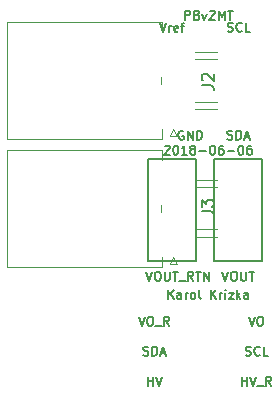
<source format=gbr>
G04 #@! TF.FileFunction,Legend,Top*
%FSLAX46Y46*%
G04 Gerber Fmt 4.6, Leading zero omitted, Abs format (unit mm)*
G04 Created by KiCad (PCBNEW 4.0.7) date Wed Jun  6 22:54:43 2018*
%MOMM*%
%LPD*%
G01*
G04 APERTURE LIST*
%ADD10C,0.100000*%
%ADD11C,0.190500*%
%ADD12C,0.200000*%
%ADD13C,0.120000*%
%ADD14C,0.150000*%
G04 APERTURE END LIST*
D10*
D11*
X146158858Y-89825286D02*
X146195144Y-89789000D01*
X146267715Y-89752714D01*
X146449144Y-89752714D01*
X146521715Y-89789000D01*
X146558001Y-89825286D01*
X146594286Y-89897857D01*
X146594286Y-89970429D01*
X146558001Y-90079286D01*
X146122572Y-90514714D01*
X146594286Y-90514714D01*
X147066000Y-89752714D02*
X147138572Y-89752714D01*
X147211143Y-89789000D01*
X147247429Y-89825286D01*
X147283715Y-89897857D01*
X147320000Y-90043000D01*
X147320000Y-90224429D01*
X147283715Y-90369571D01*
X147247429Y-90442143D01*
X147211143Y-90478429D01*
X147138572Y-90514714D01*
X147066000Y-90514714D01*
X146993429Y-90478429D01*
X146957143Y-90442143D01*
X146920858Y-90369571D01*
X146884572Y-90224429D01*
X146884572Y-90043000D01*
X146920858Y-89897857D01*
X146957143Y-89825286D01*
X146993429Y-89789000D01*
X147066000Y-89752714D01*
X148045714Y-90514714D02*
X147610286Y-90514714D01*
X147828000Y-90514714D02*
X147828000Y-89752714D01*
X147755429Y-89861571D01*
X147682857Y-89934143D01*
X147610286Y-89970429D01*
X148481143Y-90079286D02*
X148408571Y-90043000D01*
X148372286Y-90006714D01*
X148336000Y-89934143D01*
X148336000Y-89897857D01*
X148372286Y-89825286D01*
X148408571Y-89789000D01*
X148481143Y-89752714D01*
X148626286Y-89752714D01*
X148698857Y-89789000D01*
X148735143Y-89825286D01*
X148771428Y-89897857D01*
X148771428Y-89934143D01*
X148735143Y-90006714D01*
X148698857Y-90043000D01*
X148626286Y-90079286D01*
X148481143Y-90079286D01*
X148408571Y-90115571D01*
X148372286Y-90151857D01*
X148336000Y-90224429D01*
X148336000Y-90369571D01*
X148372286Y-90442143D01*
X148408571Y-90478429D01*
X148481143Y-90514714D01*
X148626286Y-90514714D01*
X148698857Y-90478429D01*
X148735143Y-90442143D01*
X148771428Y-90369571D01*
X148771428Y-90224429D01*
X148735143Y-90151857D01*
X148698857Y-90115571D01*
X148626286Y-90079286D01*
X149098000Y-90224429D02*
X149678571Y-90224429D01*
X150186571Y-89752714D02*
X150259143Y-89752714D01*
X150331714Y-89789000D01*
X150368000Y-89825286D01*
X150404286Y-89897857D01*
X150440571Y-90043000D01*
X150440571Y-90224429D01*
X150404286Y-90369571D01*
X150368000Y-90442143D01*
X150331714Y-90478429D01*
X150259143Y-90514714D01*
X150186571Y-90514714D01*
X150114000Y-90478429D01*
X150077714Y-90442143D01*
X150041429Y-90369571D01*
X150005143Y-90224429D01*
X150005143Y-90043000D01*
X150041429Y-89897857D01*
X150077714Y-89825286D01*
X150114000Y-89789000D01*
X150186571Y-89752714D01*
X151093714Y-89752714D02*
X150948571Y-89752714D01*
X150876000Y-89789000D01*
X150839714Y-89825286D01*
X150767143Y-89934143D01*
X150730857Y-90079286D01*
X150730857Y-90369571D01*
X150767143Y-90442143D01*
X150803428Y-90478429D01*
X150876000Y-90514714D01*
X151021143Y-90514714D01*
X151093714Y-90478429D01*
X151130000Y-90442143D01*
X151166285Y-90369571D01*
X151166285Y-90188143D01*
X151130000Y-90115571D01*
X151093714Y-90079286D01*
X151021143Y-90043000D01*
X150876000Y-90043000D01*
X150803428Y-90079286D01*
X150767143Y-90115571D01*
X150730857Y-90188143D01*
X151492857Y-90224429D02*
X152073428Y-90224429D01*
X152581428Y-89752714D02*
X152654000Y-89752714D01*
X152726571Y-89789000D01*
X152762857Y-89825286D01*
X152799143Y-89897857D01*
X152835428Y-90043000D01*
X152835428Y-90224429D01*
X152799143Y-90369571D01*
X152762857Y-90442143D01*
X152726571Y-90478429D01*
X152654000Y-90514714D01*
X152581428Y-90514714D01*
X152508857Y-90478429D01*
X152472571Y-90442143D01*
X152436286Y-90369571D01*
X152400000Y-90224429D01*
X152400000Y-90043000D01*
X152436286Y-89897857D01*
X152472571Y-89825286D01*
X152508857Y-89789000D01*
X152581428Y-89752714D01*
X153488571Y-89752714D02*
X153343428Y-89752714D01*
X153270857Y-89789000D01*
X153234571Y-89825286D01*
X153162000Y-89934143D01*
X153125714Y-90079286D01*
X153125714Y-90369571D01*
X153162000Y-90442143D01*
X153198285Y-90478429D01*
X153270857Y-90514714D01*
X153416000Y-90514714D01*
X153488571Y-90478429D01*
X153524857Y-90442143D01*
X153561142Y-90369571D01*
X153561142Y-90188143D01*
X153524857Y-90115571D01*
X153488571Y-90079286D01*
X153416000Y-90043000D01*
X153270857Y-90043000D01*
X153198285Y-90079286D01*
X153162000Y-90115571D01*
X153125714Y-90188143D01*
X147900573Y-79084714D02*
X147900573Y-78322714D01*
X148190858Y-78322714D01*
X148263430Y-78359000D01*
X148299715Y-78395286D01*
X148336001Y-78467857D01*
X148336001Y-78576714D01*
X148299715Y-78649286D01*
X148263430Y-78685571D01*
X148190858Y-78721857D01*
X147900573Y-78721857D01*
X148916573Y-78685571D02*
X149025430Y-78721857D01*
X149061715Y-78758143D01*
X149098001Y-78830714D01*
X149098001Y-78939571D01*
X149061715Y-79012143D01*
X149025430Y-79048429D01*
X148952858Y-79084714D01*
X148662573Y-79084714D01*
X148662573Y-78322714D01*
X148916573Y-78322714D01*
X148989144Y-78359000D01*
X149025430Y-78395286D01*
X149061715Y-78467857D01*
X149061715Y-78540429D01*
X149025430Y-78613000D01*
X148989144Y-78649286D01*
X148916573Y-78685571D01*
X148662573Y-78685571D01*
X149352001Y-78576714D02*
X149533430Y-79084714D01*
X149714858Y-78576714D01*
X149968858Y-78395286D02*
X150005144Y-78359000D01*
X150077715Y-78322714D01*
X150259144Y-78322714D01*
X150331715Y-78359000D01*
X150368001Y-78395286D01*
X150404286Y-78467857D01*
X150404286Y-78540429D01*
X150368001Y-78649286D01*
X149932572Y-79084714D01*
X150404286Y-79084714D01*
X150730858Y-79084714D02*
X150730858Y-78322714D01*
X150984858Y-78867000D01*
X151238858Y-78322714D01*
X151238858Y-79084714D01*
X151492857Y-78322714D02*
X151928286Y-78322714D01*
X151710572Y-79084714D02*
X151710572Y-78322714D01*
X146485429Y-102706714D02*
X146485429Y-101944714D01*
X146920857Y-102706714D02*
X146594286Y-102271286D01*
X146920857Y-101944714D02*
X146485429Y-102380143D01*
X147574000Y-102706714D02*
X147574000Y-102307571D01*
X147537714Y-102235000D01*
X147465143Y-102198714D01*
X147320000Y-102198714D01*
X147247429Y-102235000D01*
X147574000Y-102670429D02*
X147501429Y-102706714D01*
X147320000Y-102706714D01*
X147247429Y-102670429D01*
X147211143Y-102597857D01*
X147211143Y-102525286D01*
X147247429Y-102452714D01*
X147320000Y-102416429D01*
X147501429Y-102416429D01*
X147574000Y-102380143D01*
X147936858Y-102706714D02*
X147936858Y-102198714D01*
X147936858Y-102343857D02*
X147973143Y-102271286D01*
X148009429Y-102235000D01*
X148082000Y-102198714D01*
X148154572Y-102198714D01*
X148517429Y-102706714D02*
X148444857Y-102670429D01*
X148408572Y-102634143D01*
X148372286Y-102561571D01*
X148372286Y-102343857D01*
X148408572Y-102271286D01*
X148444857Y-102235000D01*
X148517429Y-102198714D01*
X148626286Y-102198714D01*
X148698857Y-102235000D01*
X148735143Y-102271286D01*
X148771429Y-102343857D01*
X148771429Y-102561571D01*
X148735143Y-102634143D01*
X148698857Y-102670429D01*
X148626286Y-102706714D01*
X148517429Y-102706714D01*
X149206858Y-102706714D02*
X149134286Y-102670429D01*
X149098001Y-102597857D01*
X149098001Y-101944714D01*
X150077715Y-102706714D02*
X150077715Y-101944714D01*
X150513143Y-102706714D02*
X150186572Y-102271286D01*
X150513143Y-101944714D02*
X150077715Y-102380143D01*
X150839715Y-102706714D02*
X150839715Y-102198714D01*
X150839715Y-102343857D02*
X150876000Y-102271286D01*
X150912286Y-102235000D01*
X150984857Y-102198714D01*
X151057429Y-102198714D01*
X151311429Y-102706714D02*
X151311429Y-102198714D01*
X151311429Y-101944714D02*
X151275143Y-101981000D01*
X151311429Y-102017286D01*
X151347714Y-101981000D01*
X151311429Y-101944714D01*
X151311429Y-102017286D01*
X151601714Y-102198714D02*
X152000857Y-102198714D01*
X151601714Y-102706714D01*
X152000857Y-102706714D01*
X152291143Y-102706714D02*
X152291143Y-101944714D01*
X152363714Y-102416429D02*
X152581428Y-102706714D01*
X152581428Y-102198714D02*
X152291143Y-102489000D01*
X153234571Y-102706714D02*
X153234571Y-102307571D01*
X153198285Y-102235000D01*
X153125714Y-102198714D01*
X152980571Y-102198714D01*
X152908000Y-102235000D01*
X153234571Y-102670429D02*
X153162000Y-102706714D01*
X152980571Y-102706714D01*
X152908000Y-102670429D01*
X152871714Y-102597857D01*
X152871714Y-102525286D01*
X152908000Y-102452714D01*
X152980571Y-102416429D01*
X153162000Y-102416429D01*
X153234571Y-102380143D01*
X147755428Y-88519000D02*
X147682857Y-88482714D01*
X147574000Y-88482714D01*
X147465143Y-88519000D01*
X147392571Y-88591571D01*
X147356286Y-88664143D01*
X147320000Y-88809286D01*
X147320000Y-88918143D01*
X147356286Y-89063286D01*
X147392571Y-89135857D01*
X147465143Y-89208429D01*
X147574000Y-89244714D01*
X147646571Y-89244714D01*
X147755428Y-89208429D01*
X147791714Y-89172143D01*
X147791714Y-88918143D01*
X147646571Y-88918143D01*
X148118286Y-89244714D02*
X148118286Y-88482714D01*
X148553714Y-89244714D01*
X148553714Y-88482714D01*
X148916572Y-89244714D02*
X148916572Y-88482714D01*
X149098000Y-88482714D01*
X149206857Y-88519000D01*
X149279429Y-88591571D01*
X149315714Y-88664143D01*
X149352000Y-88809286D01*
X149352000Y-88918143D01*
X149315714Y-89063286D01*
X149279429Y-89135857D01*
X149206857Y-89208429D01*
X149098000Y-89244714D01*
X148916572Y-89244714D01*
X151474715Y-89208429D02*
X151583572Y-89244714D01*
X151765001Y-89244714D01*
X151837572Y-89208429D01*
X151873858Y-89172143D01*
X151910143Y-89099571D01*
X151910143Y-89027000D01*
X151873858Y-88954429D01*
X151837572Y-88918143D01*
X151765001Y-88881857D01*
X151619858Y-88845571D01*
X151547286Y-88809286D01*
X151511001Y-88773000D01*
X151474715Y-88700429D01*
X151474715Y-88627857D01*
X151511001Y-88555286D01*
X151547286Y-88519000D01*
X151619858Y-88482714D01*
X151801286Y-88482714D01*
X151910143Y-88519000D01*
X152236715Y-89244714D02*
X152236715Y-88482714D01*
X152418143Y-88482714D01*
X152527000Y-88519000D01*
X152599572Y-88591571D01*
X152635857Y-88664143D01*
X152672143Y-88809286D01*
X152672143Y-88918143D01*
X152635857Y-89063286D01*
X152599572Y-89135857D01*
X152527000Y-89208429D01*
X152418143Y-89244714D01*
X152236715Y-89244714D01*
X152962429Y-89027000D02*
X153325286Y-89027000D01*
X152889857Y-89244714D02*
X153143857Y-88482714D01*
X153397857Y-89244714D01*
X151492858Y-80064429D02*
X151601715Y-80100714D01*
X151783144Y-80100714D01*
X151855715Y-80064429D01*
X151892001Y-80028143D01*
X151928286Y-79955571D01*
X151928286Y-79883000D01*
X151892001Y-79810429D01*
X151855715Y-79774143D01*
X151783144Y-79737857D01*
X151638001Y-79701571D01*
X151565429Y-79665286D01*
X151529144Y-79629000D01*
X151492858Y-79556429D01*
X151492858Y-79483857D01*
X151529144Y-79411286D01*
X151565429Y-79375000D01*
X151638001Y-79338714D01*
X151819429Y-79338714D01*
X151928286Y-79375000D01*
X152690286Y-80028143D02*
X152654000Y-80064429D01*
X152545143Y-80100714D01*
X152472572Y-80100714D01*
X152363715Y-80064429D01*
X152291143Y-79991857D01*
X152254858Y-79919286D01*
X152218572Y-79774143D01*
X152218572Y-79665286D01*
X152254858Y-79520143D01*
X152291143Y-79447571D01*
X152363715Y-79375000D01*
X152472572Y-79338714D01*
X152545143Y-79338714D01*
X152654000Y-79375000D01*
X152690286Y-79411286D01*
X153379715Y-80100714D02*
X153016858Y-80100714D01*
X153016858Y-79338714D01*
X145777857Y-79338714D02*
X146031857Y-80100714D01*
X146285857Y-79338714D01*
X146539858Y-80100714D02*
X146539858Y-79592714D01*
X146539858Y-79737857D02*
X146576143Y-79665286D01*
X146612429Y-79629000D01*
X146685000Y-79592714D01*
X146757572Y-79592714D01*
X147301857Y-80064429D02*
X147229286Y-80100714D01*
X147084143Y-80100714D01*
X147011572Y-80064429D01*
X146975286Y-79991857D01*
X146975286Y-79701571D01*
X147011572Y-79629000D01*
X147084143Y-79592714D01*
X147229286Y-79592714D01*
X147301857Y-79629000D01*
X147338143Y-79701571D01*
X147338143Y-79774143D01*
X146975286Y-79846714D01*
X147555857Y-79592714D02*
X147846143Y-79592714D01*
X147664715Y-80100714D02*
X147664715Y-79447571D01*
X147701000Y-79375000D01*
X147773572Y-79338714D01*
X147846143Y-79338714D01*
D12*
X154432000Y-90932000D02*
X150368000Y-90932000D01*
X154432000Y-99568000D02*
X154432000Y-90932000D01*
X150368000Y-99568000D02*
X154432000Y-99568000D01*
X150368000Y-90932000D02*
X150368000Y-99568000D01*
X144780000Y-90932000D02*
X144780000Y-99568000D01*
X148844000Y-90932000D02*
X144780000Y-90932000D01*
X148844000Y-99568000D02*
X148844000Y-90932000D01*
X144780000Y-99568000D02*
X148844000Y-99568000D01*
D11*
X151057428Y-100420714D02*
X151311428Y-101182714D01*
X151565428Y-100420714D01*
X151964571Y-100420714D02*
X152109714Y-100420714D01*
X152182286Y-100457000D01*
X152254857Y-100529571D01*
X152291143Y-100674714D01*
X152291143Y-100928714D01*
X152254857Y-101073857D01*
X152182286Y-101146429D01*
X152109714Y-101182714D01*
X151964571Y-101182714D01*
X151892000Y-101146429D01*
X151819429Y-101073857D01*
X151783143Y-100928714D01*
X151783143Y-100674714D01*
X151819429Y-100529571D01*
X151892000Y-100457000D01*
X151964571Y-100420714D01*
X152617715Y-100420714D02*
X152617715Y-101037571D01*
X152654000Y-101110143D01*
X152690286Y-101146429D01*
X152762857Y-101182714D01*
X152908000Y-101182714D01*
X152980572Y-101146429D01*
X153016857Y-101110143D01*
X153053143Y-101037571D01*
X153053143Y-100420714D01*
X153307143Y-100420714D02*
X153742572Y-100420714D01*
X153524858Y-101182714D02*
X153524858Y-100420714D01*
X144616714Y-100420714D02*
X144870714Y-101182714D01*
X145124714Y-100420714D01*
X145523857Y-100420714D02*
X145669000Y-100420714D01*
X145741572Y-100457000D01*
X145814143Y-100529571D01*
X145850429Y-100674714D01*
X145850429Y-100928714D01*
X145814143Y-101073857D01*
X145741572Y-101146429D01*
X145669000Y-101182714D01*
X145523857Y-101182714D01*
X145451286Y-101146429D01*
X145378715Y-101073857D01*
X145342429Y-100928714D01*
X145342429Y-100674714D01*
X145378715Y-100529571D01*
X145451286Y-100457000D01*
X145523857Y-100420714D01*
X146177001Y-100420714D02*
X146177001Y-101037571D01*
X146213286Y-101110143D01*
X146249572Y-101146429D01*
X146322143Y-101182714D01*
X146467286Y-101182714D01*
X146539858Y-101146429D01*
X146576143Y-101110143D01*
X146612429Y-101037571D01*
X146612429Y-100420714D01*
X146866429Y-100420714D02*
X147301858Y-100420714D01*
X147084144Y-101182714D02*
X147084144Y-100420714D01*
X147374429Y-101255286D02*
X147955000Y-101255286D01*
X148571857Y-101182714D02*
X148317857Y-100819857D01*
X148136429Y-101182714D02*
X148136429Y-100420714D01*
X148426714Y-100420714D01*
X148499286Y-100457000D01*
X148535571Y-100493286D01*
X148571857Y-100565857D01*
X148571857Y-100674714D01*
X148535571Y-100747286D01*
X148499286Y-100783571D01*
X148426714Y-100819857D01*
X148136429Y-100819857D01*
X148789571Y-100420714D02*
X149225000Y-100420714D01*
X149007286Y-101182714D02*
X149007286Y-100420714D01*
X149479000Y-101182714D02*
X149479000Y-100420714D01*
X149914428Y-101182714D01*
X149914428Y-100420714D01*
X153270857Y-104230714D02*
X153524857Y-104992714D01*
X153778857Y-104230714D01*
X154178000Y-104230714D02*
X154323143Y-104230714D01*
X154395715Y-104267000D01*
X154468286Y-104339571D01*
X154504572Y-104484714D01*
X154504572Y-104738714D01*
X154468286Y-104883857D01*
X154395715Y-104956429D01*
X154323143Y-104992714D01*
X154178000Y-104992714D01*
X154105429Y-104956429D01*
X154032858Y-104883857D01*
X153996572Y-104738714D01*
X153996572Y-104484714D01*
X154032858Y-104339571D01*
X154105429Y-104267000D01*
X154178000Y-104230714D01*
X152708429Y-110072714D02*
X152708429Y-109310714D01*
X152708429Y-109673571D02*
X153143857Y-109673571D01*
X153143857Y-110072714D02*
X153143857Y-109310714D01*
X153397857Y-109310714D02*
X153651857Y-110072714D01*
X153905857Y-109310714D01*
X153978429Y-110145286D02*
X154559000Y-110145286D01*
X155175857Y-110072714D02*
X154921857Y-109709857D01*
X154740429Y-110072714D02*
X154740429Y-109310714D01*
X155030714Y-109310714D01*
X155103286Y-109347000D01*
X155139571Y-109383286D01*
X155175857Y-109455857D01*
X155175857Y-109564714D01*
X155139571Y-109637286D01*
X155103286Y-109673571D01*
X155030714Y-109709857D01*
X154740429Y-109709857D01*
X144743715Y-110072714D02*
X144743715Y-109310714D01*
X144743715Y-109673571D02*
X145179143Y-109673571D01*
X145179143Y-110072714D02*
X145179143Y-109310714D01*
X145433143Y-109310714D02*
X145687143Y-110072714D01*
X145941143Y-109310714D01*
X153016858Y-107496429D02*
X153125715Y-107532714D01*
X153307144Y-107532714D01*
X153379715Y-107496429D01*
X153416001Y-107460143D01*
X153452286Y-107387571D01*
X153452286Y-107315000D01*
X153416001Y-107242429D01*
X153379715Y-107206143D01*
X153307144Y-107169857D01*
X153162001Y-107133571D01*
X153089429Y-107097286D01*
X153053144Y-107061000D01*
X153016858Y-106988429D01*
X153016858Y-106915857D01*
X153053144Y-106843286D01*
X153089429Y-106807000D01*
X153162001Y-106770714D01*
X153343429Y-106770714D01*
X153452286Y-106807000D01*
X154214286Y-107460143D02*
X154178000Y-107496429D01*
X154069143Y-107532714D01*
X153996572Y-107532714D01*
X153887715Y-107496429D01*
X153815143Y-107423857D01*
X153778858Y-107351286D01*
X153742572Y-107206143D01*
X153742572Y-107097286D01*
X153778858Y-106952143D01*
X153815143Y-106879571D01*
X153887715Y-106807000D01*
X153996572Y-106770714D01*
X154069143Y-106770714D01*
X154178000Y-106807000D01*
X154214286Y-106843286D01*
X154903715Y-107532714D02*
X154540858Y-107532714D01*
X154540858Y-106770714D01*
X144362715Y-107496429D02*
X144471572Y-107532714D01*
X144653001Y-107532714D01*
X144725572Y-107496429D01*
X144761858Y-107460143D01*
X144798143Y-107387571D01*
X144798143Y-107315000D01*
X144761858Y-107242429D01*
X144725572Y-107206143D01*
X144653001Y-107169857D01*
X144507858Y-107133571D01*
X144435286Y-107097286D01*
X144399001Y-107061000D01*
X144362715Y-106988429D01*
X144362715Y-106915857D01*
X144399001Y-106843286D01*
X144435286Y-106807000D01*
X144507858Y-106770714D01*
X144689286Y-106770714D01*
X144798143Y-106807000D01*
X145124715Y-107532714D02*
X145124715Y-106770714D01*
X145306143Y-106770714D01*
X145415000Y-106807000D01*
X145487572Y-106879571D01*
X145523857Y-106952143D01*
X145560143Y-107097286D01*
X145560143Y-107206143D01*
X145523857Y-107351286D01*
X145487572Y-107423857D01*
X145415000Y-107496429D01*
X145306143Y-107532714D01*
X145124715Y-107532714D01*
X145850429Y-107315000D02*
X146213286Y-107315000D01*
X145777857Y-107532714D02*
X146031857Y-106770714D01*
X146285857Y-107532714D01*
X143963571Y-104230714D02*
X144217571Y-104992714D01*
X144471571Y-104230714D01*
X144870714Y-104230714D02*
X145015857Y-104230714D01*
X145088429Y-104267000D01*
X145161000Y-104339571D01*
X145197286Y-104484714D01*
X145197286Y-104738714D01*
X145161000Y-104883857D01*
X145088429Y-104956429D01*
X145015857Y-104992714D01*
X144870714Y-104992714D01*
X144798143Y-104956429D01*
X144725572Y-104883857D01*
X144689286Y-104738714D01*
X144689286Y-104484714D01*
X144725572Y-104339571D01*
X144798143Y-104267000D01*
X144870714Y-104230714D01*
X145342429Y-105065286D02*
X145923000Y-105065286D01*
X146539857Y-104992714D02*
X146285857Y-104629857D01*
X146104429Y-104992714D02*
X146104429Y-104230714D01*
X146394714Y-104230714D01*
X146467286Y-104267000D01*
X146503571Y-104303286D01*
X146539857Y-104375857D01*
X146539857Y-104484714D01*
X146503571Y-104557286D01*
X146467286Y-104593571D01*
X146394714Y-104629857D01*
X146104429Y-104629857D01*
D13*
X145950000Y-88360000D02*
X145950000Y-89210000D01*
X145950000Y-89210000D02*
X132850000Y-89210000D01*
X132850000Y-89210000D02*
X132850000Y-84260000D01*
X145950000Y-80160000D02*
X145950000Y-79310000D01*
X145950000Y-79310000D02*
X132850000Y-79310000D01*
X132850000Y-79310000D02*
X132850000Y-84260000D01*
X148700000Y-86660000D02*
X150600000Y-86660000D01*
X148700000Y-86060000D02*
X150600000Y-86060000D01*
X148700000Y-82460000D02*
X150600000Y-82460000D01*
X148700000Y-81860000D02*
X150600000Y-81860000D01*
X145900000Y-84560000D02*
X145900000Y-83960000D01*
X146900000Y-88360000D02*
X147200000Y-88960000D01*
X147200000Y-88960000D02*
X146600000Y-88960000D01*
X146600000Y-88960000D02*
X146900000Y-88360000D01*
X145950000Y-99155000D02*
X145950000Y-100005000D01*
X145950000Y-100005000D02*
X132850000Y-100005000D01*
X132850000Y-100005000D02*
X132850000Y-95055000D01*
X145950000Y-90955000D02*
X145950000Y-90105000D01*
X145950000Y-90105000D02*
X132850000Y-90105000D01*
X132850000Y-90105000D02*
X132850000Y-95055000D01*
X148700000Y-97455000D02*
X150600000Y-97455000D01*
X148700000Y-96855000D02*
X150600000Y-96855000D01*
X148700000Y-93255000D02*
X150600000Y-93255000D01*
X148700000Y-92655000D02*
X150600000Y-92655000D01*
X145900000Y-95355000D02*
X145900000Y-94755000D01*
X146900000Y-99155000D02*
X147200000Y-99755000D01*
X147200000Y-99755000D02*
X146600000Y-99755000D01*
X146600000Y-99755000D02*
X146900000Y-99155000D01*
D14*
X149312381Y-84661333D02*
X150026667Y-84661333D01*
X150169524Y-84708953D01*
X150264762Y-84804191D01*
X150312381Y-84947048D01*
X150312381Y-85042286D01*
X149407619Y-84232762D02*
X149360000Y-84185143D01*
X149312381Y-84089905D01*
X149312381Y-83851809D01*
X149360000Y-83756571D01*
X149407619Y-83708952D01*
X149502857Y-83661333D01*
X149598095Y-83661333D01*
X149740952Y-83708952D01*
X150312381Y-84280381D01*
X150312381Y-83661333D01*
X149312381Y-95329333D02*
X150026667Y-95329333D01*
X150169524Y-95376953D01*
X150264762Y-95472191D01*
X150312381Y-95615048D01*
X150312381Y-95710286D01*
X149312381Y-94948381D02*
X149312381Y-94329333D01*
X149693333Y-94662667D01*
X149693333Y-94519809D01*
X149740952Y-94424571D01*
X149788571Y-94376952D01*
X149883810Y-94329333D01*
X150121905Y-94329333D01*
X150217143Y-94376952D01*
X150264762Y-94424571D01*
X150312381Y-94519809D01*
X150312381Y-94805524D01*
X150264762Y-94900762D01*
X150217143Y-94948381D01*
M02*

</source>
